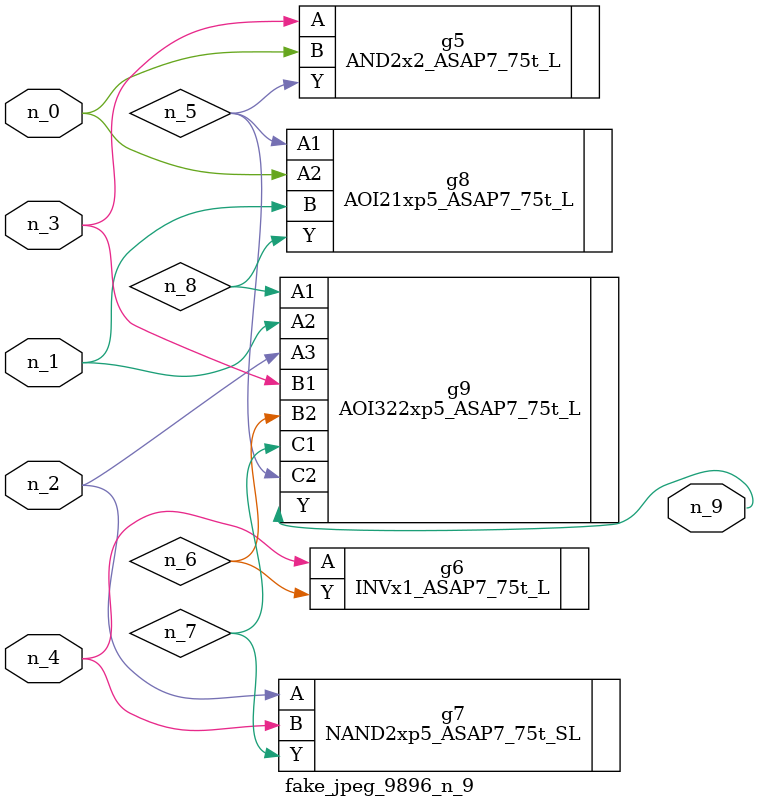
<source format=v>
module fake_jpeg_9896_n_9 (n_3, n_2, n_1, n_0, n_4, n_9);

input n_3;
input n_2;
input n_1;
input n_0;
input n_4;

output n_9;

wire n_8;
wire n_6;
wire n_5;
wire n_7;

AND2x2_ASAP7_75t_L g5 ( 
.A(n_3),
.B(n_0),
.Y(n_5)
);

INVx1_ASAP7_75t_L g6 ( 
.A(n_4),
.Y(n_6)
);

NAND2xp5_ASAP7_75t_SL g7 ( 
.A(n_2),
.B(n_4),
.Y(n_7)
);

AOI21xp5_ASAP7_75t_L g8 ( 
.A1(n_5),
.A2(n_0),
.B(n_1),
.Y(n_8)
);

AOI322xp5_ASAP7_75t_L g9 ( 
.A1(n_8),
.A2(n_1),
.A3(n_2),
.B1(n_3),
.B2(n_6),
.C1(n_7),
.C2(n_5),
.Y(n_9)
);


endmodule
</source>
